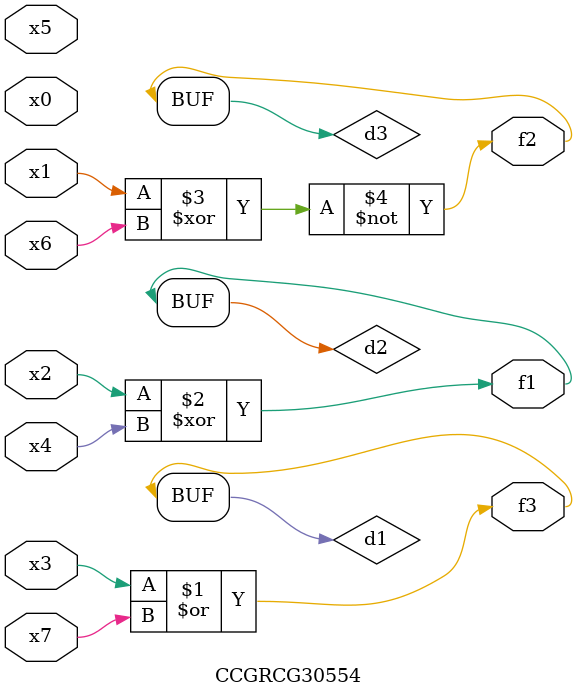
<source format=v>
module CCGRCG30554(
	input x0, x1, x2, x3, x4, x5, x6, x7,
	output f1, f2, f3
);

	wire d1, d2, d3;

	or (d1, x3, x7);
	xor (d2, x2, x4);
	xnor (d3, x1, x6);
	assign f1 = d2;
	assign f2 = d3;
	assign f3 = d1;
endmodule

</source>
